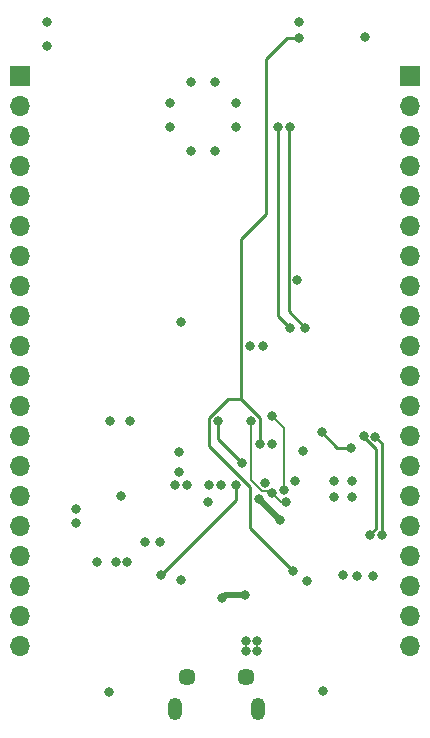
<source format=gbr>
%TF.GenerationSoftware,KiCad,Pcbnew,7.0.2*%
%TF.CreationDate,2023-06-11T23:23:11-04:00*%
%TF.ProjectId,SoftProject,536f6674-5072-46f6-9a65-63742e6b6963,rev?*%
%TF.SameCoordinates,Original*%
%TF.FileFunction,Copper,L4,Bot*%
%TF.FilePolarity,Positive*%
%FSLAX46Y46*%
G04 Gerber Fmt 4.6, Leading zero omitted, Abs format (unit mm)*
G04 Created by KiCad (PCBNEW 7.0.2) date 2023-06-11 23:23:11*
%MOMM*%
%LPD*%
G01*
G04 APERTURE LIST*
%TA.AperFunction,ComponentPad*%
%ADD10O,1.200000X1.900000*%
%TD*%
%TA.AperFunction,ComponentPad*%
%ADD11C,1.450000*%
%TD*%
%TA.AperFunction,ComponentPad*%
%ADD12R,1.700000X1.700000*%
%TD*%
%TA.AperFunction,ComponentPad*%
%ADD13O,1.700000X1.700000*%
%TD*%
%TA.AperFunction,ViaPad*%
%ADD14C,0.800000*%
%TD*%
%TA.AperFunction,Conductor*%
%ADD15C,0.200000*%
%TD*%
%TA.AperFunction,Conductor*%
%ADD16C,0.500000*%
%TD*%
%TA.AperFunction,Conductor*%
%ADD17C,0.250000*%
%TD*%
G04 APERTURE END LIST*
D10*
%TO.P,J1,6,Shield*%
%TO.N,N/C*%
X98110000Y-116619000D03*
D11*
X92110000Y-113919000D03*
D10*
X91110000Y-116619000D03*
D11*
X97110000Y-113919000D03*
%TD*%
D12*
%TO.P,J3,1,Pin_1*%
%TO.N,GND*%
X110998000Y-62992000D03*
D13*
%TO.P,J3,2,Pin_2*%
%TO.N,/CHIP_PU*%
X110998000Y-65532000D03*
%TO.P,J3,3,Pin_3*%
%TO.N,/GPIO46*%
X110998000Y-68072000D03*
%TO.P,J3,4,Pin_4*%
%TO.N,/GPIO45*%
X110998000Y-70612000D03*
%TO.P,J3,5,Pin_5*%
%TO.N,/RXD*%
X110998000Y-73152000D03*
%TO.P,J3,6,Pin_6*%
%TO.N,/TXD*%
X110998000Y-75692000D03*
%TO.P,J3,7,Pin_7*%
%TO.N,/GPIO42*%
X110998000Y-78232000D03*
%TO.P,J3,8,Pin_8*%
%TO.N,/GPIO41*%
X110998000Y-80772000D03*
%TO.P,J3,9,Pin_9*%
%TO.N,/GPIO40*%
X110998000Y-83312000D03*
%TO.P,J3,10,Pin_10*%
%TO.N,/GPIO39*%
X110998000Y-85852000D03*
%TO.P,J3,11,Pin_11*%
%TO.N,/GPIO38*%
X110998000Y-88392000D03*
%TO.P,J3,12,Pin_12*%
%TO.N,/GPIO37*%
X110998000Y-90932000D03*
%TO.P,J3,13,Pin_13*%
%TO.N,/GPIO36*%
X110998000Y-93472000D03*
%TO.P,J3,14,Pin_14*%
%TO.N,/GPIO35*%
X110998000Y-96012000D03*
%TO.P,J3,15,Pin_15*%
%TO.N,/GPIO34*%
X110998000Y-98552000D03*
%TO.P,J3,16,Pin_16*%
%TO.N,/GPIO33*%
X110998000Y-101092000D03*
%TO.P,J3,17,Pin_17*%
%TO.N,/GPIO26*%
X110998000Y-103632000D03*
%TO.P,J3,18,Pin_18*%
%TO.N,/GPIO21*%
X110998000Y-106172000D03*
%TO.P,J3,19,Pin_19*%
%TO.N,GND*%
X110998000Y-108712000D03*
%TO.P,J3,20,Pin_20*%
X110998000Y-111252000D03*
%TD*%
D12*
%TO.P,J4,1,Pin_1*%
%TO.N,+3.3V*%
X77978000Y-62992000D03*
D13*
%TO.P,J4,2,Pin_2*%
%TO.N,/GPIO0*%
X77978000Y-65532000D03*
%TO.P,J4,3,Pin_3*%
%TO.N,/GPIO1*%
X77978000Y-68072000D03*
%TO.P,J4,4,Pin_4*%
%TO.N,/GPIO2*%
X77978000Y-70612000D03*
%TO.P,J4,5,Pin_5*%
%TO.N,/GPIO3*%
X77978000Y-73152000D03*
%TO.P,J4,6,Pin_6*%
%TO.N,/GPIO4*%
X77978000Y-75692000D03*
%TO.P,J4,7,Pin_7*%
%TO.N,/GPIO5*%
X77978000Y-78232000D03*
%TO.P,J4,8,Pin_8*%
%TO.N,/GPIO6*%
X77978000Y-80772000D03*
%TO.P,J4,9,Pin_9*%
%TO.N,/GPIO7*%
X77978000Y-83312000D03*
%TO.P,J4,10,Pin_10*%
%TO.N,/GPIO8*%
X77978000Y-85852000D03*
%TO.P,J4,11,Pin_11*%
%TO.N,/GPIO9*%
X77978000Y-88392000D03*
%TO.P,J4,12,Pin_12*%
%TO.N,/GPIO10*%
X77978000Y-90932000D03*
%TO.P,J4,13,Pin_13*%
%TO.N,/GPIO11*%
X77978000Y-93472000D03*
%TO.P,J4,14,Pin_14*%
%TO.N,/GPIO12*%
X77978000Y-96012000D03*
%TO.P,J4,15,Pin_15*%
%TO.N,/GPIO13*%
X77978000Y-98552000D03*
%TO.P,J4,16,Pin_16*%
%TO.N,/GPIO14*%
X77978000Y-101092000D03*
%TO.P,J4,17,Pin_17*%
%TO.N,/GPIO15*%
X77978000Y-103632000D03*
%TO.P,J4,18,Pin_18*%
%TO.N,/GPIO16*%
X77978000Y-106172000D03*
%TO.P,J4,19,Pin_19*%
%TO.N,/GPIO17*%
X77978000Y-108712000D03*
%TO.P,J4,20,Pin_20*%
%TO.N,+5V*%
X77978000Y-111252000D03*
%TD*%
D14*
%TO.N,GND*%
X101600000Y-58420000D03*
X96266000Y-65278000D03*
X97980500Y-111696500D03*
X104521000Y-98679000D03*
X94488000Y-63500000D03*
X92456000Y-69342000D03*
X88544400Y-102463600D03*
X91059000Y-97663000D03*
X85471000Y-115189000D03*
X92075000Y-97663000D03*
X97091500Y-110807500D03*
X97091500Y-111696500D03*
X105283000Y-105283000D03*
X101943701Y-94779299D03*
X90678000Y-67310000D03*
X104521000Y-97282000D03*
X93980000Y-97663000D03*
X90678000Y-65278000D03*
X89814400Y-102463600D03*
X102235000Y-105791000D03*
X80264000Y-58420000D03*
X97980500Y-110807500D03*
X106045000Y-97282000D03*
X82677000Y-100838000D03*
X106045000Y-98679000D03*
X99314000Y-94138500D03*
X96266000Y-67310000D03*
X92456000Y-63500000D03*
X91567000Y-105664000D03*
X97409000Y-85852000D03*
X94488000Y-69342000D03*
X84455000Y-104140000D03*
X98552000Y-85852000D03*
X94996000Y-97663000D03*
X101442000Y-80264000D03*
X103632000Y-115062000D03*
X107848400Y-105308400D03*
X93853000Y-99060000D03*
X82677000Y-99695000D03*
%TO.N,/D-*%
X100488750Y-99091750D03*
X97536000Y-92202000D03*
X99262232Y-98292550D03*
%TO.N,/D+*%
X100330000Y-98021000D03*
X99314000Y-91821000D03*
%TO.N,VBUS*%
X97028000Y-106934000D03*
X95057500Y-107188000D03*
X99949000Y-100599464D03*
X98184378Y-98819378D03*
%TO.N,/RTS*%
X103490640Y-93187866D03*
X105984500Y-94488000D03*
%TO.N,/IO0_Auto*%
X94742000Y-92202000D03*
X96774000Y-95788500D03*
%TO.N,+3.3V*%
X86106000Y-104140000D03*
X91440000Y-96520000D03*
X106527600Y-105308400D03*
X98736206Y-97442667D03*
X86995000Y-104140000D03*
X87236970Y-92177196D03*
X85598000Y-92202000D03*
X101219000Y-97321500D03*
X91440000Y-94869000D03*
X86487000Y-98552000D03*
X91567000Y-83820000D03*
X107188000Y-59690000D03*
X80264000Y-60452000D03*
%TO.N,/GPIO0*%
X96266000Y-97663000D03*
X89916000Y-105283000D03*
%TO.N,/GPIO21*%
X107048506Y-93471113D03*
X107585497Y-101854000D03*
%TO.N,/GPIO26*%
X108045500Y-93541893D03*
X108585000Y-101854000D03*
%TO.N,/TXD*%
X102108000Y-84328000D03*
X100838000Y-67310000D03*
%TO.N,/RXD*%
X99822000Y-67310000D03*
X100838000Y-84328000D03*
%TO.N,/CHIP_PU*%
X98314497Y-94138500D03*
X101092000Y-104942500D03*
X101600000Y-59817000D03*
%TD*%
D15*
%TO.N,/D-*%
X97536000Y-97232411D02*
X97536000Y-92202000D01*
X99262232Y-98292550D02*
X99112349Y-98142667D01*
X99112349Y-98142667D02*
X98446256Y-98142667D01*
X100061432Y-99091750D02*
X100488750Y-99091750D01*
X99262232Y-98292550D02*
X100061432Y-99091750D01*
X98446256Y-98142667D02*
X97536000Y-97232411D01*
%TO.N,/D+*%
X99314000Y-91821000D02*
X100268000Y-92775000D01*
X100268000Y-97959000D02*
X100330000Y-98021000D01*
X100268000Y-92775000D02*
X100268000Y-97959000D01*
D16*
%TO.N,VBUS*%
X98184378Y-98834842D02*
X99949000Y-100599464D01*
X95311500Y-106934000D02*
X95057500Y-107188000D01*
X97028000Y-106934000D02*
X95311500Y-106934000D01*
X98184378Y-98819378D02*
X98184378Y-98834842D01*
D17*
%TO.N,/RTS*%
X104790774Y-94488000D02*
X103490640Y-93187866D01*
X105984500Y-94488000D02*
X104790774Y-94488000D01*
%TO.N,/IO0_Auto*%
X94742000Y-93756500D02*
X96774000Y-95788500D01*
X94742000Y-92202000D02*
X94742000Y-93756500D01*
%TO.N,/GPIO0*%
X96266000Y-97663000D02*
X96266000Y-98933000D01*
X96266000Y-98933000D02*
X89916000Y-105283000D01*
%TO.N,/GPIO21*%
X107585497Y-101854000D02*
X107860000Y-101579497D01*
X107048506Y-93586506D02*
X107048506Y-93471113D01*
X108077000Y-101336695D02*
X108077000Y-94615000D01*
X108077000Y-94615000D02*
X107048506Y-93586506D01*
X107860000Y-101579497D02*
X107860000Y-101553695D01*
X107860000Y-101553695D02*
X108077000Y-101336695D01*
%TO.N,/GPIO26*%
X108585000Y-94081393D02*
X108585000Y-101854000D01*
X108045500Y-93541893D02*
X108585000Y-94081393D01*
%TO.N,/TXD*%
X100717000Y-67431000D02*
X100838000Y-67310000D01*
X102108000Y-84328000D02*
X100717000Y-82937000D01*
X100717000Y-82937000D02*
X100717000Y-67431000D01*
%TO.N,/RXD*%
X99822000Y-83312000D02*
X99822000Y-67310000D01*
X100838000Y-84328000D02*
X99822000Y-83312000D01*
%TO.N,/CHIP_PU*%
X97459378Y-101309878D02*
X97459378Y-97831073D01*
X95594000Y-90324695D02*
X96684000Y-90324695D01*
X98806000Y-61595000D02*
X100584000Y-59817000D01*
X96684000Y-90324695D02*
X96684000Y-76798000D01*
X97459378Y-97831073D02*
X93980000Y-94351695D01*
X93980000Y-94351695D02*
X93980000Y-91938695D01*
X98314497Y-91955192D02*
X96684000Y-90324695D01*
X100584000Y-59817000D02*
X101600000Y-59817000D01*
X98314497Y-94138500D02*
X98314497Y-91955192D01*
X93980000Y-91938695D02*
X95594000Y-90324695D01*
X98806000Y-74676000D02*
X98806000Y-61595000D01*
X101092000Y-104942500D02*
X97459378Y-101309878D01*
X96684000Y-76798000D02*
X98806000Y-74676000D01*
%TD*%
M02*

</source>
